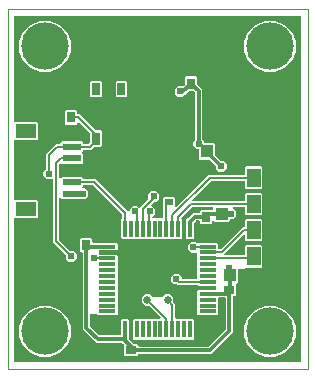
<source format=gbl>
G04 EAGLE Gerber RS-274X export*
G75*
%MOMM*%
%FSLAX34Y34*%
%LPD*%
%INBottom layer*%
%IPPOS*%
%AMOC8*
5,1,8,0,0,1.08239X$1,22.5*%
G01*
%ADD10C,0.000000*%
%ADD11R,1.550000X0.600000*%
%ADD12R,1.800000X1.200000*%
%ADD13R,1.475000X0.300000*%
%ADD14R,0.300000X1.475000*%
%ADD15R,1.168400X1.600200*%
%ADD16R,0.700000X0.600000*%
%ADD17R,0.740000X0.925000*%
%ADD18R,1.080000X1.050000*%
%ADD19R,0.925000X0.740000*%
%ADD20R,1.050000X1.080000*%
%ADD21R,0.650000X1.050000*%
%ADD22C,2.250000*%
%ADD23C,0.609600*%
%ADD24C,4.016000*%
%ADD25C,0.203200*%
%ADD26C,0.304800*%
%ADD27C,0.254000*%
%ADD28C,0.508000*%
%ADD29C,0.654800*%
%ADD30C,0.152400*%

G36*
X247670Y5592D02*
X247670Y5592D01*
X247689Y5590D01*
X247791Y5612D01*
X247893Y5629D01*
X247910Y5638D01*
X247930Y5642D01*
X248019Y5695D01*
X248110Y5744D01*
X248124Y5758D01*
X248141Y5768D01*
X248208Y5847D01*
X248280Y5922D01*
X248288Y5940D01*
X248301Y5955D01*
X248340Y6051D01*
X248383Y6145D01*
X248385Y6165D01*
X248393Y6183D01*
X248411Y6350D01*
X248411Y298450D01*
X248408Y298470D01*
X248410Y298489D01*
X248388Y298591D01*
X248372Y298693D01*
X248362Y298710D01*
X248358Y298730D01*
X248305Y298819D01*
X248256Y298910D01*
X248242Y298924D01*
X248232Y298941D01*
X248153Y299008D01*
X248078Y299080D01*
X248060Y299088D01*
X248045Y299101D01*
X247949Y299140D01*
X247855Y299183D01*
X247835Y299185D01*
X247817Y299193D01*
X247650Y299211D01*
X6350Y299211D01*
X6330Y299208D01*
X6311Y299210D01*
X6209Y299188D01*
X6107Y299172D01*
X6090Y299162D01*
X6070Y299158D01*
X5981Y299105D01*
X5890Y299056D01*
X5876Y299042D01*
X5859Y299032D01*
X5792Y298953D01*
X5721Y298878D01*
X5712Y298860D01*
X5699Y298845D01*
X5660Y298749D01*
X5617Y298655D01*
X5615Y298635D01*
X5607Y298617D01*
X5589Y298450D01*
X5589Y209561D01*
X5592Y209541D01*
X5590Y209522D01*
X5612Y209420D01*
X5628Y209318D01*
X5638Y209301D01*
X5642Y209281D01*
X5695Y209192D01*
X5744Y209101D01*
X5758Y209087D01*
X5768Y209070D01*
X5847Y209003D01*
X5922Y208931D01*
X5940Y208923D01*
X5955Y208910D01*
X6051Y208871D01*
X6145Y208828D01*
X6165Y208826D01*
X6183Y208818D01*
X6350Y208800D01*
X25332Y208800D01*
X26225Y207907D01*
X26225Y194643D01*
X25332Y193750D01*
X6350Y193750D01*
X6330Y193747D01*
X6311Y193749D01*
X6209Y193727D01*
X6107Y193711D01*
X6090Y193701D01*
X6070Y193697D01*
X5981Y193644D01*
X5890Y193595D01*
X5876Y193581D01*
X5859Y193571D01*
X5792Y193492D01*
X5721Y193417D01*
X5712Y193399D01*
X5699Y193384D01*
X5660Y193288D01*
X5617Y193194D01*
X5615Y193174D01*
X5607Y193156D01*
X5589Y192989D01*
X5589Y143561D01*
X5592Y143541D01*
X5590Y143522D01*
X5612Y143420D01*
X5629Y143318D01*
X5638Y143301D01*
X5642Y143281D01*
X5695Y143192D01*
X5744Y143101D01*
X5758Y143087D01*
X5768Y143070D01*
X5847Y143003D01*
X5922Y142931D01*
X5940Y142923D01*
X5955Y142910D01*
X6051Y142871D01*
X6145Y142828D01*
X6165Y142826D01*
X6183Y142818D01*
X6350Y142800D01*
X25332Y142800D01*
X26225Y141907D01*
X26225Y128643D01*
X25332Y127750D01*
X6350Y127750D01*
X6330Y127747D01*
X6311Y127749D01*
X6209Y127727D01*
X6107Y127711D01*
X6090Y127701D01*
X6070Y127697D01*
X5981Y127644D01*
X5890Y127595D01*
X5876Y127581D01*
X5859Y127571D01*
X5792Y127492D01*
X5721Y127417D01*
X5712Y127399D01*
X5699Y127384D01*
X5660Y127288D01*
X5617Y127194D01*
X5615Y127174D01*
X5607Y127156D01*
X5589Y126989D01*
X5589Y6350D01*
X5592Y6330D01*
X5590Y6311D01*
X5612Y6209D01*
X5629Y6107D01*
X5638Y6090D01*
X5642Y6070D01*
X5695Y5981D01*
X5744Y5890D01*
X5758Y5876D01*
X5768Y5859D01*
X5847Y5792D01*
X5922Y5721D01*
X5940Y5712D01*
X5955Y5699D01*
X6051Y5660D01*
X6145Y5617D01*
X6165Y5615D01*
X6183Y5607D01*
X6350Y5589D01*
X247650Y5589D01*
X247670Y5592D01*
G37*
%LPC*%
G36*
X99168Y10650D02*
X99168Y10650D01*
X98275Y11543D01*
X98275Y20384D01*
X98294Y20443D01*
X98293Y20464D01*
X98298Y20483D01*
X98290Y20586D01*
X98287Y20689D01*
X98280Y20708D01*
X98279Y20728D01*
X98239Y20823D01*
X98203Y20920D01*
X98190Y20936D01*
X98183Y20955D01*
X98078Y21086D01*
X97035Y22128D01*
X96961Y22181D01*
X96892Y22241D01*
X96862Y22253D01*
X96835Y22272D01*
X96748Y22299D01*
X96664Y22333D01*
X96623Y22337D01*
X96600Y22344D01*
X96568Y22343D01*
X96497Y22351D01*
X74937Y22351D01*
X63626Y33662D01*
X63626Y98214D01*
X63623Y98234D01*
X63625Y98253D01*
X63603Y98355D01*
X63587Y98457D01*
X63577Y98474D01*
X63573Y98494D01*
X63520Y98583D01*
X63471Y98674D01*
X63457Y98688D01*
X63447Y98705D01*
X63368Y98772D01*
X63293Y98844D01*
X63275Y98852D01*
X63260Y98865D01*
X63164Y98904D01*
X63070Y98947D01*
X63050Y98949D01*
X63032Y98957D01*
X62865Y98975D01*
X62343Y98975D01*
X61450Y99868D01*
X61450Y110382D01*
X62343Y111275D01*
X71007Y111275D01*
X71900Y110382D01*
X71900Y107510D01*
X71903Y107490D01*
X71901Y107471D01*
X71923Y107369D01*
X71939Y107267D01*
X71949Y107250D01*
X71953Y107230D01*
X72006Y107141D01*
X72055Y107050D01*
X72069Y107036D01*
X72079Y107019D01*
X72158Y106952D01*
X72233Y106880D01*
X72251Y106872D01*
X72266Y106859D01*
X72362Y106820D01*
X72456Y106777D01*
X72476Y106775D01*
X72494Y106767D01*
X72661Y106749D01*
X86042Y106749D01*
X86055Y106743D01*
X86096Y106739D01*
X86118Y106732D01*
X86150Y106733D01*
X86222Y106725D01*
X92627Y106725D01*
X93520Y105832D01*
X93520Y101568D01*
X92627Y100675D01*
X86222Y100675D01*
X86132Y100660D01*
X86041Y100653D01*
X86036Y100651D01*
X77978Y100651D01*
X77958Y100648D01*
X77939Y100650D01*
X77837Y100628D01*
X77735Y100612D01*
X77718Y100602D01*
X77698Y100598D01*
X77609Y100545D01*
X77518Y100496D01*
X77504Y100482D01*
X77487Y100472D01*
X77420Y100393D01*
X77348Y100318D01*
X77340Y100300D01*
X77327Y100285D01*
X77288Y100189D01*
X77245Y100095D01*
X77243Y100075D01*
X77235Y100057D01*
X77217Y99890D01*
X77217Y97996D01*
X77195Y97966D01*
X77146Y97914D01*
X77124Y97867D01*
X77094Y97825D01*
X77072Y97756D01*
X77042Y97691D01*
X77037Y97639D01*
X77021Y97590D01*
X77023Y97518D01*
X77015Y97447D01*
X77026Y97396D01*
X77028Y97344D01*
X77052Y97276D01*
X77067Y97206D01*
X77094Y97161D01*
X77112Y97113D01*
X77157Y97057D01*
X77194Y96995D01*
X77233Y96961D01*
X77266Y96921D01*
X77326Y96882D01*
X77381Y96835D01*
X77429Y96816D01*
X77473Y96788D01*
X77542Y96770D01*
X77609Y96743D01*
X77680Y96735D01*
X77711Y96727D01*
X77734Y96729D01*
X77775Y96725D01*
X92627Y96725D01*
X93520Y95832D01*
X93520Y91464D01*
X93504Y91402D01*
X93474Y91303D01*
X93474Y91283D01*
X93469Y91264D01*
X93477Y91161D01*
X93480Y91058D01*
X93487Y91039D01*
X93488Y91019D01*
X93520Y90945D01*
X93520Y86464D01*
X93504Y86402D01*
X93474Y86303D01*
X93474Y86283D01*
X93469Y86264D01*
X93477Y86161D01*
X93480Y86058D01*
X93487Y86039D01*
X93488Y86019D01*
X93520Y85945D01*
X93520Y81464D01*
X93504Y81402D01*
X93474Y81303D01*
X93474Y81283D01*
X93469Y81264D01*
X93477Y81161D01*
X93480Y81058D01*
X93487Y81039D01*
X93488Y81019D01*
X93520Y80945D01*
X93520Y76464D01*
X93504Y76402D01*
X93474Y76303D01*
X93474Y76283D01*
X93469Y76264D01*
X93477Y76161D01*
X93480Y76058D01*
X93487Y76039D01*
X93488Y76019D01*
X93520Y75945D01*
X93520Y71464D01*
X93504Y71402D01*
X93474Y71303D01*
X93474Y71283D01*
X93469Y71264D01*
X93477Y71161D01*
X93480Y71058D01*
X93487Y71039D01*
X93488Y71019D01*
X93520Y70945D01*
X93520Y66464D01*
X93504Y66402D01*
X93474Y66303D01*
X93474Y66283D01*
X93469Y66264D01*
X93477Y66161D01*
X93480Y66058D01*
X93487Y66039D01*
X93488Y66019D01*
X93520Y65945D01*
X93520Y61464D01*
X93504Y61402D01*
X93474Y61303D01*
X93474Y61283D01*
X93469Y61264D01*
X93477Y61161D01*
X93480Y61058D01*
X93487Y61039D01*
X93488Y61019D01*
X93520Y60945D01*
X93520Y56464D01*
X93504Y56402D01*
X93474Y56303D01*
X93474Y56283D01*
X93469Y56264D01*
X93477Y56161D01*
X93480Y56058D01*
X93487Y56039D01*
X93488Y56019D01*
X93520Y55945D01*
X93520Y51464D01*
X93504Y51402D01*
X93474Y51303D01*
X93474Y51283D01*
X93469Y51264D01*
X93477Y51161D01*
X93480Y51058D01*
X93487Y51039D01*
X93488Y51019D01*
X93520Y50945D01*
X93520Y46568D01*
X92627Y45675D01*
X76613Y45675D01*
X75903Y46385D01*
X75829Y46438D01*
X75760Y46498D01*
X75730Y46510D01*
X75704Y46529D01*
X75617Y46556D01*
X75532Y46590D01*
X75491Y46594D01*
X75469Y46601D01*
X75436Y46600D01*
X75365Y46608D01*
X70485Y46608D01*
X70465Y46605D01*
X70446Y46607D01*
X70344Y46585D01*
X70242Y46569D01*
X70225Y46559D01*
X70205Y46555D01*
X70116Y46502D01*
X70025Y46453D01*
X70011Y46439D01*
X69994Y46429D01*
X69927Y46350D01*
X69855Y46275D01*
X69847Y46257D01*
X69834Y46242D01*
X69795Y46146D01*
X69752Y46052D01*
X69750Y46032D01*
X69742Y46014D01*
X69724Y45847D01*
X69724Y36503D01*
X69738Y36413D01*
X69746Y36322D01*
X69758Y36292D01*
X69763Y36260D01*
X69806Y36180D01*
X69842Y36096D01*
X69868Y36064D01*
X69879Y36043D01*
X69902Y36021D01*
X69947Y35965D01*
X77240Y28672D01*
X77314Y28619D01*
X77383Y28559D01*
X77413Y28547D01*
X77440Y28528D01*
X77527Y28501D01*
X77611Y28467D01*
X77652Y28463D01*
X77675Y28456D01*
X77707Y28457D01*
X77778Y28449D01*
X95690Y28449D01*
X95710Y28452D01*
X95729Y28450D01*
X95831Y28472D01*
X95933Y28488D01*
X95950Y28498D01*
X95970Y28502D01*
X96059Y28555D01*
X96150Y28604D01*
X96164Y28618D01*
X96181Y28628D01*
X96248Y28707D01*
X96320Y28782D01*
X96328Y28800D01*
X96341Y28815D01*
X96380Y28911D01*
X96423Y29005D01*
X96425Y29025D01*
X96433Y29043D01*
X96451Y29210D01*
X96451Y35242D01*
X96457Y35255D01*
X96461Y35296D01*
X96468Y35318D01*
X96467Y35350D01*
X96475Y35422D01*
X96475Y41827D01*
X97368Y42720D01*
X101632Y42720D01*
X102525Y41827D01*
X102525Y35422D01*
X102540Y35332D01*
X102547Y35241D01*
X102549Y35236D01*
X102549Y25553D01*
X102563Y25463D01*
X102571Y25372D01*
X102583Y25342D01*
X102588Y25310D01*
X102631Y25230D01*
X102667Y25146D01*
X102693Y25114D01*
X102704Y25093D01*
X102727Y25071D01*
X102772Y25015D01*
X106464Y21323D01*
X106538Y21270D01*
X106607Y21210D01*
X106637Y21198D01*
X106664Y21179D01*
X106751Y21152D01*
X106835Y21118D01*
X106876Y21114D01*
X106899Y21107D01*
X106931Y21108D01*
X107002Y21100D01*
X109682Y21100D01*
X110575Y20207D01*
X110575Y19685D01*
X110578Y19665D01*
X110576Y19646D01*
X110598Y19544D01*
X110614Y19442D01*
X110624Y19425D01*
X110628Y19405D01*
X110681Y19316D01*
X110730Y19225D01*
X110744Y19211D01*
X110754Y19194D01*
X110833Y19127D01*
X110908Y19055D01*
X110926Y19047D01*
X110941Y19034D01*
X111037Y18995D01*
X111131Y18952D01*
X111151Y18950D01*
X111169Y18942D01*
X111336Y18924D01*
X169872Y18924D01*
X169962Y18938D01*
X170053Y18946D01*
X170083Y18958D01*
X170115Y18963D01*
X170195Y19006D01*
X170279Y19042D01*
X170311Y19068D01*
X170332Y19079D01*
X170354Y19102D01*
X170410Y19147D01*
X184403Y33140D01*
X184456Y33214D01*
X184516Y33283D01*
X184528Y33313D01*
X184547Y33340D01*
X184574Y33427D01*
X184608Y33511D01*
X184612Y33552D01*
X184619Y33575D01*
X184618Y33607D01*
X184626Y33678D01*
X184626Y59890D01*
X184623Y59910D01*
X184625Y59929D01*
X184603Y60031D01*
X184587Y60133D01*
X184577Y60150D01*
X184573Y60170D01*
X184520Y60259D01*
X184471Y60350D01*
X184457Y60364D01*
X184447Y60381D01*
X184368Y60448D01*
X184293Y60520D01*
X184275Y60528D01*
X184260Y60541D01*
X184164Y60580D01*
X184070Y60623D01*
X184050Y60625D01*
X184032Y60633D01*
X183865Y60651D01*
X179041Y60651D01*
X179021Y60648D01*
X179002Y60650D01*
X178900Y60628D01*
X178798Y60612D01*
X178781Y60602D01*
X178761Y60598D01*
X178672Y60545D01*
X178581Y60496D01*
X178567Y60482D01*
X178550Y60472D01*
X178483Y60393D01*
X178411Y60318D01*
X178403Y60300D01*
X178390Y60285D01*
X178351Y60189D01*
X178308Y60095D01*
X178306Y60075D01*
X178298Y60057D01*
X178280Y59890D01*
X178280Y56464D01*
X178264Y56402D01*
X178234Y56304D01*
X178234Y56284D01*
X178229Y56264D01*
X178237Y56161D01*
X178240Y56058D01*
X178247Y56039D01*
X178248Y56019D01*
X178280Y55946D01*
X178280Y51464D01*
X178264Y51402D01*
X178234Y51304D01*
X178234Y51284D01*
X178229Y51264D01*
X178237Y51161D01*
X178240Y51058D01*
X178247Y51039D01*
X178248Y51019D01*
X178280Y50946D01*
X178280Y46568D01*
X177387Y45675D01*
X161373Y45675D01*
X160480Y46568D01*
X160480Y50936D01*
X160496Y50998D01*
X160526Y51097D01*
X160526Y51117D01*
X160531Y51136D01*
X160523Y51239D01*
X160520Y51342D01*
X160513Y51361D01*
X160512Y51381D01*
X160480Y51455D01*
X160480Y55936D01*
X160496Y55998D01*
X160526Y56097D01*
X160526Y56117D01*
X160531Y56136D01*
X160523Y56239D01*
X160520Y56342D01*
X160513Y56361D01*
X160512Y56381D01*
X160480Y56455D01*
X160480Y60936D01*
X160496Y60998D01*
X160526Y61097D01*
X160526Y61117D01*
X160531Y61136D01*
X160523Y61239D01*
X160520Y61342D01*
X160513Y61361D01*
X160512Y61381D01*
X160480Y61455D01*
X160480Y65832D01*
X161373Y66725D01*
X167778Y66725D01*
X167868Y66740D01*
X167959Y66747D01*
X167964Y66749D01*
X176022Y66749D01*
X176042Y66752D01*
X176061Y66750D01*
X176163Y66772D01*
X176265Y66788D01*
X176282Y66798D01*
X176302Y66802D01*
X176391Y66855D01*
X176482Y66904D01*
X176496Y66918D01*
X176513Y66928D01*
X176580Y67007D01*
X176652Y67082D01*
X176660Y67100D01*
X176673Y67115D01*
X176712Y67211D01*
X176755Y67305D01*
X176757Y67325D01*
X176765Y67343D01*
X176783Y67510D01*
X176783Y69914D01*
X176780Y69934D01*
X176782Y69953D01*
X176760Y70055D01*
X176744Y70157D01*
X176734Y70174D01*
X176730Y70194D01*
X176677Y70283D01*
X176628Y70374D01*
X176614Y70388D01*
X176604Y70405D01*
X176525Y70472D01*
X176450Y70544D01*
X176432Y70552D01*
X176417Y70565D01*
X176321Y70604D01*
X176227Y70647D01*
X176207Y70649D01*
X176189Y70657D01*
X176022Y70675D01*
X161373Y70675D01*
X161112Y70936D01*
X161038Y70990D01*
X160969Y71049D01*
X160939Y71061D01*
X160913Y71080D01*
X160826Y71107D01*
X160741Y71141D01*
X160700Y71145D01*
X160678Y71152D01*
X160645Y71151D01*
X160574Y71159D01*
X144323Y71159D01*
X144078Y71404D01*
X144004Y71457D01*
X143934Y71517D01*
X143904Y71529D01*
X143878Y71548D01*
X143791Y71575D01*
X143706Y71609D01*
X143665Y71613D01*
X143643Y71620D01*
X143611Y71619D01*
X143539Y71627D01*
X140981Y71627D01*
X138302Y74306D01*
X138302Y78094D01*
X140981Y80773D01*
X144769Y80773D01*
X147448Y78094D01*
X147448Y77002D01*
X147451Y76982D01*
X147449Y76963D01*
X147471Y76861D01*
X147487Y76759D01*
X147497Y76742D01*
X147501Y76722D01*
X147554Y76633D01*
X147603Y76542D01*
X147617Y76528D01*
X147627Y76511D01*
X147706Y76444D01*
X147781Y76372D01*
X147799Y76364D01*
X147814Y76351D01*
X147910Y76312D01*
X148004Y76269D01*
X148024Y76267D01*
X148042Y76259D01*
X148209Y76241D01*
X159719Y76241D01*
X159739Y76244D01*
X159758Y76242D01*
X159860Y76264D01*
X159962Y76280D01*
X159979Y76290D01*
X159999Y76294D01*
X160088Y76347D01*
X160179Y76396D01*
X160193Y76410D01*
X160210Y76420D01*
X160277Y76499D01*
X160349Y76574D01*
X160357Y76592D01*
X160370Y76607D01*
X160409Y76703D01*
X160452Y76797D01*
X160454Y76817D01*
X160462Y76835D01*
X160480Y77002D01*
X160480Y80936D01*
X160496Y80998D01*
X160526Y81097D01*
X160526Y81117D01*
X160531Y81136D01*
X160523Y81239D01*
X160520Y81342D01*
X160513Y81361D01*
X160512Y81381D01*
X160480Y81455D01*
X160480Y85936D01*
X160496Y85998D01*
X160526Y86097D01*
X160526Y86117D01*
X160531Y86136D01*
X160523Y86239D01*
X160520Y86342D01*
X160513Y86361D01*
X160512Y86381D01*
X160480Y86455D01*
X160480Y90936D01*
X160496Y90998D01*
X160526Y91097D01*
X160526Y91117D01*
X160531Y91136D01*
X160523Y91239D01*
X160520Y91342D01*
X160513Y91361D01*
X160512Y91381D01*
X160480Y91455D01*
X160480Y95936D01*
X160496Y95998D01*
X160526Y96097D01*
X160526Y96117D01*
X160531Y96136D01*
X160523Y96239D01*
X160520Y96342D01*
X160513Y96361D01*
X160512Y96381D01*
X160480Y96455D01*
X160480Y98078D01*
X160469Y98149D01*
X160467Y98221D01*
X160449Y98270D01*
X160441Y98321D01*
X160407Y98384D01*
X160382Y98452D01*
X160350Y98492D01*
X160325Y98538D01*
X160274Y98588D01*
X160229Y98644D01*
X160185Y98672D01*
X160147Y98708D01*
X160082Y98738D01*
X160022Y98777D01*
X159971Y98789D01*
X159924Y98811D01*
X159853Y98819D01*
X159783Y98837D01*
X159731Y98833D01*
X159680Y98838D01*
X159609Y98823D01*
X159538Y98818D01*
X159490Y98797D01*
X159439Y98786D01*
X159378Y98749D01*
X159312Y98721D01*
X159256Y98676D01*
X159228Y98660D01*
X159213Y98642D01*
X159181Y98616D01*
X159057Y98492D01*
X155268Y98492D01*
X152590Y101171D01*
X152590Y104959D01*
X155268Y107638D01*
X159057Y107638D01*
X160133Y106561D01*
X160149Y106549D01*
X160162Y106534D01*
X160249Y106478D01*
X160333Y106418D01*
X160352Y106412D01*
X160369Y106401D01*
X160469Y106376D01*
X160568Y106345D01*
X160588Y106346D01*
X160607Y106341D01*
X160710Y106349D01*
X160814Y106352D01*
X160833Y106358D01*
X160853Y106360D01*
X160948Y106400D01*
X161045Y106436D01*
X161061Y106448D01*
X161079Y106456D01*
X161210Y106561D01*
X161373Y106725D01*
X177387Y106725D01*
X178280Y105832D01*
X178280Y102002D01*
X178283Y101982D01*
X178281Y101963D01*
X178303Y101861D01*
X178319Y101759D01*
X178329Y101742D01*
X178333Y101722D01*
X178386Y101633D01*
X178435Y101542D01*
X178449Y101528D01*
X178459Y101511D01*
X178538Y101444D01*
X178613Y101372D01*
X178631Y101364D01*
X178646Y101351D01*
X178742Y101312D01*
X178836Y101269D01*
X178856Y101267D01*
X178874Y101259D01*
X179041Y101241D01*
X179882Y101241D01*
X179972Y101255D01*
X180063Y101263D01*
X180093Y101275D01*
X180125Y101280D01*
X180206Y101323D01*
X180290Y101359D01*
X180322Y101385D01*
X180342Y101396D01*
X180365Y101419D01*
X180421Y101464D01*
X198973Y120016D01*
X200152Y120016D01*
X200172Y120019D01*
X200191Y120017D01*
X200293Y120039D01*
X200395Y120055D01*
X200412Y120065D01*
X200432Y120069D01*
X200521Y120122D01*
X200612Y120171D01*
X200626Y120185D01*
X200643Y120195D01*
X200710Y120274D01*
X200782Y120349D01*
X200790Y120367D01*
X200803Y120382D01*
X200842Y120478D01*
X200885Y120572D01*
X200887Y120592D01*
X200895Y120610D01*
X200913Y120777D01*
X200913Y126108D01*
X201806Y127001D01*
X214754Y127001D01*
X215647Y126108D01*
X215647Y108842D01*
X214754Y107949D01*
X201806Y107949D01*
X200913Y108842D01*
X200913Y112932D01*
X200911Y112949D01*
X200912Y112964D01*
X200901Y113014D01*
X200900Y113075D01*
X200882Y113124D01*
X200874Y113175D01*
X200862Y113198D01*
X200860Y113205D01*
X200841Y113237D01*
X200840Y113238D01*
X200815Y113306D01*
X200783Y113347D01*
X200758Y113392D01*
X200734Y113416D01*
X200733Y113417D01*
X200707Y113442D01*
X200662Y113498D01*
X200618Y113526D01*
X200580Y113562D01*
X200515Y113592D01*
X200455Y113631D01*
X200404Y113644D01*
X200357Y113665D01*
X200286Y113673D01*
X200216Y113691D01*
X200164Y113687D01*
X200113Y113693D01*
X200042Y113677D01*
X199971Y113672D01*
X199923Y113651D01*
X199872Y113640D01*
X199811Y113603D01*
X199745Y113575D01*
X199700Y113540D01*
X199685Y113531D01*
X199677Y113524D01*
X199661Y113514D01*
X199646Y113496D01*
X199614Y113471D01*
X183683Y97540D01*
X183642Y97482D01*
X183592Y97430D01*
X183570Y97383D01*
X183540Y97341D01*
X183519Y97272D01*
X183489Y97207D01*
X183483Y97155D01*
X183467Y97105D01*
X183469Y97034D01*
X183461Y96963D01*
X183473Y96912D01*
X183474Y96860D01*
X183498Y96792D01*
X183514Y96722D01*
X183540Y96678D01*
X183558Y96629D01*
X183603Y96573D01*
X183640Y96511D01*
X183679Y96477D01*
X183712Y96437D01*
X183772Y96398D01*
X183827Y96351D01*
X183875Y96332D01*
X183919Y96304D01*
X183988Y96286D01*
X184055Y96259D01*
X184126Y96251D01*
X184157Y96243D01*
X184181Y96245D01*
X184222Y96241D01*
X200152Y96241D01*
X200172Y96244D01*
X200191Y96242D01*
X200293Y96264D01*
X200395Y96280D01*
X200412Y96290D01*
X200432Y96294D01*
X200521Y96347D01*
X200612Y96396D01*
X200626Y96410D01*
X200643Y96420D01*
X200710Y96499D01*
X200782Y96574D01*
X200790Y96592D01*
X200803Y96607D01*
X200842Y96703D01*
X200885Y96797D01*
X200887Y96817D01*
X200895Y96835D01*
X200913Y97002D01*
X200913Y103883D01*
X201806Y104776D01*
X214754Y104776D01*
X215647Y103883D01*
X215647Y86617D01*
X214754Y85724D01*
X201777Y85724D01*
X201687Y85710D01*
X201596Y85702D01*
X201567Y85690D01*
X201535Y85685D01*
X201454Y85642D01*
X201370Y85606D01*
X201338Y85580D01*
X201317Y85569D01*
X201295Y85546D01*
X201239Y85501D01*
X200446Y84708D01*
X196429Y84708D01*
X196174Y84963D01*
X196116Y85005D01*
X196064Y85054D01*
X196017Y85076D01*
X195975Y85106D01*
X195906Y85127D01*
X195841Y85158D01*
X195789Y85163D01*
X195739Y85179D01*
X195668Y85177D01*
X195597Y85185D01*
X195546Y85174D01*
X195494Y85172D01*
X195426Y85148D01*
X195356Y85133D01*
X195311Y85106D01*
X195263Y85088D01*
X195207Y85043D01*
X195145Y85006D01*
X195111Y84967D01*
X195071Y84934D01*
X195032Y84874D01*
X194985Y84819D01*
X194966Y84771D01*
X194938Y84727D01*
X194920Y84658D01*
X194893Y84591D01*
X194885Y84520D01*
X194877Y84489D01*
X194879Y84466D01*
X194875Y84425D01*
X194875Y73343D01*
X193906Y72374D01*
X193845Y72352D01*
X193805Y72320D01*
X193759Y72295D01*
X193709Y72244D01*
X193653Y72199D01*
X193625Y72155D01*
X193589Y72117D01*
X193559Y72052D01*
X193520Y71992D01*
X193508Y71941D01*
X193486Y71894D01*
X193478Y71823D01*
X193460Y71753D01*
X193464Y71701D01*
X193459Y71650D01*
X193474Y71579D01*
X193479Y71508D01*
X193500Y71460D01*
X193511Y71409D01*
X193548Y71348D01*
X193576Y71282D01*
X193621Y71226D01*
X193637Y71198D01*
X193655Y71183D01*
X193681Y71151D01*
X193825Y71007D01*
X193825Y62343D01*
X192932Y61450D01*
X191485Y61450D01*
X191465Y61447D01*
X191446Y61449D01*
X191344Y61427D01*
X191242Y61411D01*
X191225Y61401D01*
X191205Y61397D01*
X191116Y61344D01*
X191025Y61295D01*
X191011Y61281D01*
X190994Y61271D01*
X190927Y61192D01*
X190855Y61117D01*
X190847Y61099D01*
X190834Y61084D01*
X190795Y60988D01*
X190752Y60894D01*
X190750Y60874D01*
X190742Y60856D01*
X190724Y60689D01*
X190724Y30837D01*
X172713Y12826D01*
X111336Y12826D01*
X111316Y12823D01*
X111297Y12825D01*
X111195Y12803D01*
X111093Y12787D01*
X111076Y12777D01*
X111056Y12773D01*
X110967Y12720D01*
X110876Y12671D01*
X110862Y12657D01*
X110845Y12647D01*
X110778Y12568D01*
X110706Y12493D01*
X110698Y12475D01*
X110685Y12460D01*
X110646Y12364D01*
X110603Y12270D01*
X110601Y12250D01*
X110593Y12232D01*
X110575Y12065D01*
X110575Y11543D01*
X109682Y10650D01*
X99168Y10650D01*
G37*
%LPD*%
%LPC*%
G36*
X52081Y90677D02*
X52081Y90677D01*
X49402Y93356D01*
X49402Y95914D01*
X49388Y96004D01*
X49380Y96095D01*
X49368Y96125D01*
X49363Y96157D01*
X49320Y96238D01*
X49284Y96322D01*
X49258Y96354D01*
X49247Y96374D01*
X49224Y96397D01*
X49179Y96453D01*
X38734Y106898D01*
X38734Y160605D01*
X38723Y160675D01*
X38721Y160747D01*
X38703Y160796D01*
X38695Y160847D01*
X38661Y160911D01*
X38636Y160978D01*
X38604Y161019D01*
X38579Y161065D01*
X38527Y161114D01*
X38483Y161170D01*
X38439Y161198D01*
X38401Y161234D01*
X38336Y161264D01*
X38276Y161303D01*
X38225Y161316D01*
X38178Y161338D01*
X38107Y161346D01*
X38037Y161363D01*
X37985Y161359D01*
X37934Y161365D01*
X37863Y161350D01*
X37792Y161344D01*
X37744Y161324D01*
X37693Y161313D01*
X37632Y161276D01*
X37566Y161248D01*
X37510Y161203D01*
X37482Y161186D01*
X37467Y161169D01*
X37435Y161143D01*
X36819Y160527D01*
X33031Y160527D01*
X30352Y163206D01*
X30352Y166994D01*
X32161Y168803D01*
X32214Y168877D01*
X32274Y168947D01*
X32286Y168977D01*
X32305Y169003D01*
X32332Y169090D01*
X32366Y169175D01*
X32370Y169216D01*
X32377Y169238D01*
X32376Y169270D01*
X32384Y169341D01*
X32384Y182027D01*
X41173Y190816D01*
X44414Y190816D01*
X44434Y190819D01*
X44453Y190817D01*
X44555Y190839D01*
X44657Y190855D01*
X44674Y190865D01*
X44694Y190869D01*
X44783Y190922D01*
X44874Y190971D01*
X44888Y190985D01*
X44905Y190995D01*
X44972Y191074D01*
X45044Y191149D01*
X45052Y191167D01*
X45065Y191182D01*
X45104Y191278D01*
X45147Y191372D01*
X45149Y191392D01*
X45157Y191410D01*
X45175Y191577D01*
X45175Y191907D01*
X46068Y192800D01*
X62832Y192800D01*
X63725Y191907D01*
X63725Y191577D01*
X63728Y191557D01*
X63726Y191538D01*
X63748Y191436D01*
X63764Y191334D01*
X63774Y191317D01*
X63778Y191297D01*
X63831Y191208D01*
X63880Y191117D01*
X63894Y191103D01*
X63904Y191086D01*
X63983Y191019D01*
X64058Y190947D01*
X64076Y190939D01*
X64091Y190926D01*
X64187Y190887D01*
X64281Y190844D01*
X64301Y190842D01*
X64319Y190834D01*
X64486Y190816D01*
X68482Y190816D01*
X68572Y190830D01*
X68663Y190838D01*
X68693Y190850D01*
X68725Y190855D01*
X68806Y190898D01*
X68890Y190934D01*
X68922Y190960D01*
X68942Y190971D01*
X68965Y190994D01*
X69021Y191039D01*
X69977Y191995D01*
X70030Y192069D01*
X70090Y192139D01*
X70102Y192169D01*
X70121Y192195D01*
X70148Y192282D01*
X70182Y192367D01*
X70186Y192408D01*
X70193Y192430D01*
X70192Y192462D01*
X70200Y192534D01*
X70200Y198941D01*
X70194Y198981D01*
X70194Y198986D01*
X70189Y199009D01*
X70186Y199031D01*
X70178Y199122D01*
X70166Y199152D01*
X70161Y199184D01*
X70145Y199214D01*
X70142Y199226D01*
X70115Y199271D01*
X70082Y199349D01*
X70056Y199381D01*
X70045Y199401D01*
X70026Y199420D01*
X70016Y199437D01*
X70001Y199450D01*
X69977Y199480D01*
X60499Y208958D01*
X60441Y208999D01*
X60389Y209049D01*
X60342Y209071D01*
X60300Y209101D01*
X60231Y209122D01*
X60166Y209152D01*
X60114Y209158D01*
X60064Y209174D01*
X59993Y209172D01*
X59922Y209180D01*
X59871Y209168D01*
X59819Y209167D01*
X59751Y209143D01*
X59681Y209127D01*
X59636Y209101D01*
X59588Y209083D01*
X59532Y209038D01*
X59470Y209001D01*
X59436Y208962D01*
X59396Y208929D01*
X59357Y208869D01*
X59310Y208814D01*
X59291Y208766D01*
X59263Y208722D01*
X59245Y208653D01*
X59218Y208586D01*
X59210Y208515D01*
X59202Y208484D01*
X59204Y208460D01*
X59200Y208419D01*
X59200Y207818D01*
X58307Y206925D01*
X49643Y206925D01*
X48750Y207818D01*
X48750Y218332D01*
X49643Y219225D01*
X58307Y219225D01*
X59200Y218332D01*
X59200Y216377D01*
X59203Y216357D01*
X59201Y216338D01*
X59223Y216236D01*
X59239Y216134D01*
X59249Y216117D01*
X59253Y216097D01*
X59306Y216008D01*
X59355Y215917D01*
X59369Y215903D01*
X59379Y215886D01*
X59458Y215819D01*
X59533Y215747D01*
X59551Y215739D01*
X59566Y215726D01*
X59662Y215687D01*
X59756Y215644D01*
X59776Y215642D01*
X59794Y215634D01*
X59961Y215616D01*
X61027Y215616D01*
X74495Y202148D01*
X74569Y202095D01*
X74639Y202035D01*
X74669Y202023D01*
X74695Y202004D01*
X74782Y201977D01*
X74867Y201943D01*
X74908Y201939D01*
X74930Y201932D01*
X74962Y201933D01*
X75034Y201925D01*
X78857Y201925D01*
X79750Y201032D01*
X79750Y189268D01*
X78857Y188375D01*
X73859Y188375D01*
X73769Y188361D01*
X73678Y188353D01*
X73648Y188341D01*
X73616Y188336D01*
X73535Y188293D01*
X73451Y188257D01*
X73419Y188231D01*
X73399Y188220D01*
X73376Y188197D01*
X73320Y188152D01*
X70902Y185734D01*
X64486Y185734D01*
X64466Y185731D01*
X64447Y185733D01*
X64345Y185711D01*
X64243Y185695D01*
X64226Y185685D01*
X64206Y185681D01*
X64117Y185628D01*
X64026Y185579D01*
X64012Y185565D01*
X63995Y185555D01*
X63928Y185476D01*
X63856Y185401D01*
X63848Y185383D01*
X63835Y185368D01*
X63796Y185272D01*
X63753Y185178D01*
X63751Y185158D01*
X63743Y185140D01*
X63725Y184973D01*
X63725Y184643D01*
X62895Y183813D01*
X62883Y183797D01*
X62867Y183785D01*
X62811Y183697D01*
X62751Y183614D01*
X62745Y183595D01*
X62734Y183578D01*
X62709Y183477D01*
X62679Y183378D01*
X62679Y183359D01*
X62674Y183339D01*
X62682Y183236D01*
X62685Y183133D01*
X62692Y183114D01*
X62693Y183094D01*
X62734Y182999D01*
X62769Y182902D01*
X62782Y182886D01*
X62790Y182868D01*
X62895Y182737D01*
X63725Y181907D01*
X63725Y174643D01*
X62832Y173750D01*
X46068Y173750D01*
X45569Y174250D01*
X45553Y174261D01*
X45541Y174277D01*
X45453Y174333D01*
X45369Y174393D01*
X45350Y174399D01*
X45334Y174410D01*
X45233Y174435D01*
X45134Y174465D01*
X45114Y174465D01*
X45095Y174470D01*
X44992Y174462D01*
X44889Y174459D01*
X44870Y174452D01*
X44850Y174451D01*
X44755Y174410D01*
X44657Y174375D01*
X44642Y174362D01*
X44624Y174354D01*
X44493Y174250D01*
X44039Y173796D01*
X43985Y173721D01*
X43926Y173652D01*
X43914Y173622D01*
X43895Y173596D01*
X43868Y173509D01*
X43834Y173424D01*
X43830Y173383D01*
X43823Y173361D01*
X43824Y173329D01*
X43816Y173257D01*
X43816Y162385D01*
X43818Y162374D01*
X43817Y162367D01*
X43825Y162331D01*
X43827Y162314D01*
X43829Y162242D01*
X43847Y162193D01*
X43855Y162142D01*
X43889Y162079D01*
X43914Y162011D01*
X43946Y161971D01*
X43971Y161925D01*
X44023Y161875D01*
X44067Y161819D01*
X44111Y161791D01*
X44149Y161755D01*
X44214Y161725D01*
X44274Y161686D01*
X44325Y161674D01*
X44372Y161652D01*
X44443Y161644D01*
X44513Y161626D01*
X44565Y161630D01*
X44616Y161625D01*
X44687Y161640D01*
X44758Y161645D01*
X44806Y161666D01*
X44857Y161677D01*
X44918Y161714D01*
X44984Y161742D01*
X45040Y161787D01*
X45068Y161803D01*
X45083Y161821D01*
X45115Y161847D01*
X46068Y162800D01*
X62832Y162800D01*
X63725Y161907D01*
X63725Y161577D01*
X63728Y161557D01*
X63726Y161538D01*
X63748Y161436D01*
X63764Y161334D01*
X63774Y161317D01*
X63778Y161297D01*
X63831Y161208D01*
X63880Y161117D01*
X63894Y161103D01*
X63904Y161086D01*
X63983Y161019D01*
X64058Y160947D01*
X64076Y160939D01*
X64091Y160926D01*
X64187Y160887D01*
X64281Y160844D01*
X64301Y160842D01*
X64319Y160834D01*
X64486Y160816D01*
X74552Y160816D01*
X102078Y133290D01*
X102136Y133249D01*
X102188Y133199D01*
X102235Y133177D01*
X102277Y133147D01*
X102346Y133126D01*
X102411Y133096D01*
X102463Y133090D01*
X102513Y133074D01*
X102584Y133076D01*
X102655Y133068D01*
X102706Y133080D01*
X102758Y133081D01*
X102826Y133105D01*
X102896Y133121D01*
X102941Y133147D01*
X102989Y133165D01*
X103045Y133210D01*
X103107Y133247D01*
X103141Y133286D01*
X103181Y133319D01*
X103220Y133379D01*
X103267Y133434D01*
X103286Y133482D01*
X103314Y133526D01*
X103332Y133595D01*
X103359Y133662D01*
X103367Y133733D01*
X103375Y133764D01*
X103373Y133788D01*
X103377Y133829D01*
X103377Y135244D01*
X106056Y137923D01*
X109844Y137923D01*
X111071Y136696D01*
X111087Y136684D01*
X111100Y136669D01*
X111187Y136613D01*
X111271Y136552D01*
X111290Y136546D01*
X111307Y136536D01*
X111407Y136510D01*
X111506Y136480D01*
X111526Y136480D01*
X111545Y136476D01*
X111648Y136484D01*
X111752Y136486D01*
X111771Y136493D01*
X111790Y136495D01*
X111885Y136535D01*
X111983Y136571D01*
X111998Y136583D01*
X112017Y136591D01*
X112148Y136696D01*
X119029Y143577D01*
X119082Y143651D01*
X119142Y143721D01*
X119154Y143751D01*
X119173Y143777D01*
X119200Y143864D01*
X119234Y143949D01*
X119238Y143990D01*
X119245Y144012D01*
X119244Y144044D01*
X119252Y144116D01*
X119252Y147944D01*
X121931Y150623D01*
X125719Y150623D01*
X128398Y147944D01*
X128398Y144156D01*
X125719Y141477D01*
X124431Y141477D01*
X124341Y141463D01*
X124250Y141455D01*
X124220Y141443D01*
X124188Y141438D01*
X124107Y141395D01*
X124023Y141359D01*
X123991Y141333D01*
X123971Y141322D01*
X123948Y141299D01*
X123892Y141254D01*
X121860Y139222D01*
X121819Y139164D01*
X121769Y139112D01*
X121747Y139065D01*
X121717Y139023D01*
X121696Y138954D01*
X121666Y138889D01*
X121660Y138837D01*
X121644Y138787D01*
X121646Y138716D01*
X121638Y138645D01*
X121650Y138594D01*
X121651Y138542D01*
X121675Y138474D01*
X121691Y138404D01*
X121717Y138359D01*
X121735Y138311D01*
X121780Y138255D01*
X121817Y138193D01*
X121856Y138159D01*
X121889Y138119D01*
X121949Y138080D01*
X122004Y138033D01*
X122052Y138014D01*
X122096Y137986D01*
X122165Y137968D01*
X122232Y137941D01*
X122303Y137933D01*
X122334Y137925D01*
X122358Y137927D01*
X122399Y137923D01*
X122544Y137923D01*
X125223Y135244D01*
X125223Y131456D01*
X122546Y128779D01*
X122504Y128721D01*
X122455Y128669D01*
X122433Y128622D01*
X122403Y128580D01*
X122381Y128511D01*
X122351Y128446D01*
X122346Y128394D01*
X122330Y128344D01*
X122332Y128273D01*
X122324Y128202D01*
X122335Y128151D01*
X122337Y128099D01*
X122361Y128031D01*
X122376Y127961D01*
X122403Y127916D01*
X122421Y127868D01*
X122466Y127812D01*
X122503Y127750D01*
X122542Y127716D01*
X122575Y127676D01*
X122635Y127637D01*
X122689Y127590D01*
X122738Y127571D01*
X122782Y127543D01*
X122851Y127525D01*
X122918Y127498D01*
X122989Y127490D01*
X123020Y127482D01*
X123043Y127484D01*
X123084Y127480D01*
X126736Y127480D01*
X126798Y127464D01*
X126896Y127434D01*
X126916Y127434D01*
X126936Y127429D01*
X127039Y127437D01*
X127142Y127440D01*
X127161Y127447D01*
X127181Y127448D01*
X127254Y127480D01*
X131198Y127480D01*
X131218Y127483D01*
X131237Y127481D01*
X131339Y127503D01*
X131441Y127519D01*
X131458Y127529D01*
X131478Y127533D01*
X131567Y127586D01*
X131658Y127635D01*
X131672Y127649D01*
X131689Y127659D01*
X131756Y127738D01*
X131828Y127813D01*
X131836Y127831D01*
X131849Y127846D01*
X131888Y127942D01*
X131931Y128036D01*
X131933Y128056D01*
X131941Y128074D01*
X131959Y128241D01*
X131959Y136644D01*
X131945Y136734D01*
X131937Y136825D01*
X131925Y136855D01*
X131920Y136887D01*
X131877Y136968D01*
X131841Y137051D01*
X131815Y137084D01*
X131804Y137104D01*
X131781Y137126D01*
X131736Y137182D01*
X131500Y137418D01*
X131500Y144682D01*
X132393Y145575D01*
X140657Y145575D01*
X141550Y144682D01*
X141550Y137456D01*
X141561Y137385D01*
X141563Y137313D01*
X141581Y137264D01*
X141589Y137213D01*
X141623Y137150D01*
X141648Y137082D01*
X141680Y137042D01*
X141705Y136996D01*
X141757Y136946D01*
X141801Y136890D01*
X141845Y136862D01*
X141883Y136826D01*
X141948Y136796D01*
X142008Y136757D01*
X142059Y136744D01*
X142106Y136723D01*
X142177Y136715D01*
X142247Y136697D01*
X142299Y136701D01*
X142350Y136695D01*
X142421Y136711D01*
X142492Y136716D01*
X142540Y136737D01*
X142591Y136748D01*
X142652Y136785D01*
X142718Y136813D01*
X142774Y136857D01*
X142802Y136874D01*
X142817Y136892D01*
X142849Y136917D01*
X170398Y164466D01*
X200152Y164466D01*
X200172Y164469D01*
X200191Y164467D01*
X200293Y164489D01*
X200395Y164505D01*
X200412Y164515D01*
X200432Y164519D01*
X200521Y164572D01*
X200612Y164621D01*
X200626Y164635D01*
X200643Y164645D01*
X200710Y164724D01*
X200782Y164799D01*
X200790Y164817D01*
X200803Y164832D01*
X200842Y164928D01*
X200885Y165022D01*
X200887Y165042D01*
X200895Y165060D01*
X200913Y165227D01*
X200913Y170558D01*
X201806Y171451D01*
X214754Y171451D01*
X215647Y170558D01*
X215647Y153292D01*
X214754Y152399D01*
X201806Y152399D01*
X200913Y153292D01*
X200913Y158623D01*
X200912Y158633D01*
X200912Y158639D01*
X200911Y158647D01*
X200912Y158662D01*
X200890Y158764D01*
X200874Y158866D01*
X200864Y158883D01*
X200860Y158903D01*
X200807Y158992D01*
X200758Y159083D01*
X200744Y159097D01*
X200734Y159114D01*
X200655Y159181D01*
X200580Y159253D01*
X200562Y159261D01*
X200547Y159274D01*
X200451Y159313D01*
X200357Y159356D01*
X200337Y159358D01*
X200319Y159366D01*
X200152Y159384D01*
X172818Y159384D01*
X172728Y159370D01*
X172637Y159362D01*
X172607Y159350D01*
X172575Y159345D01*
X172494Y159302D01*
X172410Y159266D01*
X172378Y159240D01*
X172358Y159229D01*
X172337Y159208D01*
X172335Y159206D01*
X172330Y159202D01*
X172279Y159161D01*
X156658Y143540D01*
X156617Y143482D01*
X156567Y143430D01*
X156545Y143383D01*
X156515Y143341D01*
X156494Y143272D01*
X156464Y143207D01*
X156458Y143155D01*
X156442Y143105D01*
X156444Y143034D01*
X156436Y142963D01*
X156448Y142912D01*
X156449Y142860D01*
X156473Y142792D01*
X156489Y142722D01*
X156515Y142677D01*
X156533Y142629D01*
X156578Y142573D01*
X156615Y142511D01*
X156654Y142477D01*
X156687Y142437D01*
X156747Y142398D01*
X156802Y142351D01*
X156850Y142332D01*
X156894Y142304D01*
X156963Y142286D01*
X157030Y142259D01*
X157101Y142251D01*
X157132Y142243D01*
X157156Y142245D01*
X157197Y142241D01*
X200152Y142241D01*
X200172Y142244D01*
X200191Y142242D01*
X200293Y142264D01*
X200395Y142280D01*
X200412Y142290D01*
X200432Y142294D01*
X200521Y142347D01*
X200612Y142396D01*
X200626Y142410D01*
X200643Y142420D01*
X200710Y142499D01*
X200782Y142574D01*
X200790Y142592D01*
X200803Y142607D01*
X200842Y142703D01*
X200885Y142797D01*
X200887Y142817D01*
X200895Y142835D01*
X200913Y143002D01*
X200913Y148333D01*
X201806Y149226D01*
X214754Y149226D01*
X215647Y148333D01*
X215647Y131067D01*
X214754Y130174D01*
X201806Y130174D01*
X200913Y131067D01*
X200913Y136398D01*
X200910Y136418D01*
X200912Y136437D01*
X200890Y136539D01*
X200874Y136641D01*
X200864Y136658D01*
X200860Y136678D01*
X200807Y136767D01*
X200758Y136858D01*
X200744Y136872D01*
X200734Y136889D01*
X200655Y136956D01*
X200580Y137028D01*
X200562Y137036D01*
X200547Y137049D01*
X200451Y137088D01*
X200357Y137131D01*
X200337Y137133D01*
X200319Y137141D01*
X200152Y137159D01*
X191680Y137159D01*
X191610Y137148D01*
X191538Y137146D01*
X191489Y137128D01*
X191438Y137120D01*
X191374Y137086D01*
X191307Y137061D01*
X191266Y137029D01*
X191220Y137004D01*
X191171Y136952D01*
X191115Y136908D01*
X191087Y136864D01*
X191051Y136826D01*
X191021Y136761D01*
X190982Y136701D01*
X190969Y136650D01*
X190947Y136603D01*
X190939Y136532D01*
X190922Y136462D01*
X190926Y136410D01*
X190920Y136359D01*
X190935Y136288D01*
X190941Y136217D01*
X190961Y136169D01*
X190972Y136118D01*
X191009Y136057D01*
X191037Y135991D01*
X191082Y135935D01*
X191099Y135907D01*
X191116Y135892D01*
X191142Y135860D01*
X193485Y133517D01*
X193485Y129728D01*
X190807Y127050D01*
X188978Y127050D01*
X188959Y127047D01*
X188939Y127049D01*
X188838Y127027D01*
X188736Y127010D01*
X188718Y127001D01*
X188699Y126996D01*
X188610Y126943D01*
X188518Y126895D01*
X188505Y126881D01*
X188488Y126870D01*
X188420Y126792D01*
X188349Y126717D01*
X188341Y126699D01*
X188328Y126683D01*
X188289Y126587D01*
X188245Y126494D01*
X188243Y126474D01*
X188236Y126455D01*
X188217Y126289D01*
X188217Y125741D01*
X187324Y124848D01*
X175261Y124848D01*
X174482Y125627D01*
X174424Y125669D01*
X174372Y125718D01*
X174324Y125740D01*
X174282Y125770D01*
X174214Y125792D01*
X174148Y125822D01*
X174097Y125828D01*
X174047Y125843D01*
X173975Y125841D01*
X173904Y125849D01*
X173853Y125838D01*
X173801Y125836D01*
X173734Y125812D01*
X173664Y125797D01*
X173619Y125770D01*
X173570Y125752D01*
X173514Y125707D01*
X173453Y125670D01*
X173419Y125631D01*
X173378Y125598D01*
X173339Y125538D01*
X173293Y125484D01*
X173273Y125435D01*
X173245Y125391D01*
X173228Y125322D01*
X173201Y125255D01*
X173193Y125184D01*
X173185Y125153D01*
X173187Y125130D01*
X173182Y125089D01*
X173182Y123616D01*
X172289Y122723D01*
X163626Y122723D01*
X162733Y123616D01*
X162733Y125063D01*
X162730Y125082D01*
X162732Y125102D01*
X162710Y125203D01*
X162693Y125305D01*
X162684Y125323D01*
X162679Y125342D01*
X162626Y125431D01*
X162578Y125523D01*
X162564Y125536D01*
X162553Y125553D01*
X162475Y125621D01*
X162400Y125692D01*
X162382Y125700D01*
X162366Y125713D01*
X162270Y125752D01*
X162177Y125796D01*
X162157Y125798D01*
X162138Y125805D01*
X161972Y125824D01*
X160296Y125824D01*
X160206Y125809D01*
X160115Y125802D01*
X160085Y125789D01*
X160053Y125784D01*
X159972Y125741D01*
X159888Y125706D01*
X159856Y125680D01*
X159836Y125669D01*
X159813Y125646D01*
X159757Y125601D01*
X157748Y123591D01*
X157695Y123517D01*
X157635Y123448D01*
X157623Y123418D01*
X157604Y123391D01*
X157577Y123304D01*
X157543Y123220D01*
X157539Y123179D01*
X157532Y123156D01*
X157533Y123124D01*
X157525Y123053D01*
X157525Y110573D01*
X156632Y109680D01*
X152368Y109680D01*
X151475Y110573D01*
X151475Y123053D01*
X151461Y123143D01*
X151453Y123234D01*
X151451Y123239D01*
X151451Y126077D01*
X151457Y126090D01*
X151461Y126131D01*
X151468Y126154D01*
X151467Y126186D01*
X151475Y126257D01*
X151475Y126587D01*
X152368Y127480D01*
X152698Y127480D01*
X152788Y127494D01*
X152879Y127502D01*
X152909Y127514D01*
X152941Y127519D01*
X153021Y127562D01*
X153105Y127598D01*
X153137Y127624D01*
X153158Y127635D01*
X153180Y127658D01*
X153236Y127703D01*
X157455Y131921D01*
X161972Y131921D01*
X161991Y131924D01*
X162011Y131922D01*
X162112Y131944D01*
X162214Y131961D01*
X162232Y131970D01*
X162251Y131975D01*
X162340Y132028D01*
X162432Y132076D01*
X162445Y132090D01*
X162462Y132101D01*
X162530Y132179D01*
X162601Y132254D01*
X162609Y132272D01*
X162622Y132288D01*
X162661Y132384D01*
X162705Y132477D01*
X162707Y132497D01*
X162714Y132516D01*
X162733Y132682D01*
X162733Y134129D01*
X163626Y135022D01*
X172289Y135022D01*
X172417Y134894D01*
X172491Y134841D01*
X172561Y134782D01*
X172591Y134769D01*
X172617Y134751D01*
X172704Y134724D01*
X172789Y134690D01*
X172830Y134685D01*
X172852Y134678D01*
X172884Y134679D01*
X172955Y134671D01*
X173607Y134671D01*
X173626Y134674D01*
X173646Y134672D01*
X173747Y134694D01*
X173849Y134711D01*
X173867Y134720D01*
X173886Y134725D01*
X173975Y134778D01*
X174067Y134826D01*
X174080Y134840D01*
X174097Y134851D01*
X174165Y134929D01*
X174236Y135004D01*
X174244Y135022D01*
X174257Y135038D01*
X174296Y135134D01*
X174340Y135227D01*
X174342Y135247D01*
X174349Y135266D01*
X174368Y135432D01*
X174368Y136398D01*
X174365Y136418D01*
X174367Y136437D01*
X174345Y136539D01*
X174328Y136641D01*
X174319Y136658D01*
X174314Y136678D01*
X174261Y136767D01*
X174213Y136858D01*
X174199Y136872D01*
X174188Y136889D01*
X174110Y136956D01*
X174035Y137028D01*
X174017Y137036D01*
X174001Y137049D01*
X173905Y137088D01*
X173812Y137131D01*
X173792Y137133D01*
X173773Y137141D01*
X173607Y137159D01*
X156943Y137159D01*
X156853Y137145D01*
X156762Y137137D01*
X156732Y137125D01*
X156700Y137120D01*
X156619Y137077D01*
X156535Y137041D01*
X156503Y137015D01*
X156483Y137004D01*
X156460Y136981D01*
X156404Y136936D01*
X147328Y127860D01*
X147316Y127844D01*
X147301Y127831D01*
X147245Y127744D01*
X147184Y127660D01*
X147179Y127641D01*
X147168Y127624D01*
X147143Y127524D01*
X147112Y127425D01*
X147113Y127405D01*
X147108Y127386D01*
X147116Y127283D01*
X147118Y127179D01*
X147125Y127160D01*
X147127Y127141D01*
X147167Y127046D01*
X147203Y126948D01*
X147215Y126933D01*
X147223Y126914D01*
X147328Y126783D01*
X147525Y126587D01*
X147525Y110573D01*
X146632Y109680D01*
X142264Y109680D01*
X142202Y109696D01*
X142103Y109726D01*
X142083Y109726D01*
X142064Y109731D01*
X141961Y109723D01*
X141858Y109720D01*
X141839Y109713D01*
X141819Y109712D01*
X141745Y109680D01*
X137264Y109680D01*
X137202Y109696D01*
X137103Y109726D01*
X137083Y109726D01*
X137064Y109731D01*
X136961Y109723D01*
X136858Y109720D01*
X136839Y109713D01*
X136819Y109712D01*
X136745Y109680D01*
X132264Y109680D01*
X132202Y109696D01*
X132103Y109726D01*
X132083Y109726D01*
X132064Y109731D01*
X131961Y109723D01*
X131858Y109720D01*
X131839Y109713D01*
X131819Y109712D01*
X131745Y109680D01*
X127264Y109680D01*
X127202Y109696D01*
X127103Y109726D01*
X127083Y109726D01*
X127064Y109731D01*
X126961Y109723D01*
X126858Y109720D01*
X126839Y109713D01*
X126819Y109712D01*
X126745Y109680D01*
X122264Y109680D01*
X122202Y109696D01*
X122103Y109726D01*
X122083Y109726D01*
X122064Y109731D01*
X121961Y109723D01*
X121858Y109720D01*
X121839Y109713D01*
X121819Y109712D01*
X121745Y109680D01*
X117264Y109680D01*
X117202Y109696D01*
X117103Y109726D01*
X117083Y109726D01*
X117064Y109731D01*
X116961Y109723D01*
X116858Y109720D01*
X116839Y109713D01*
X116819Y109712D01*
X116745Y109680D01*
X112264Y109680D01*
X112202Y109696D01*
X112103Y109726D01*
X112083Y109726D01*
X112064Y109731D01*
X111961Y109723D01*
X111858Y109720D01*
X111839Y109713D01*
X111819Y109712D01*
X111745Y109680D01*
X107264Y109680D01*
X107202Y109696D01*
X107103Y109726D01*
X107083Y109726D01*
X107064Y109731D01*
X106961Y109723D01*
X106858Y109720D01*
X106839Y109713D01*
X106819Y109712D01*
X106745Y109680D01*
X102264Y109680D01*
X102202Y109696D01*
X102103Y109726D01*
X102083Y109726D01*
X102064Y109731D01*
X101961Y109723D01*
X101858Y109720D01*
X101839Y109713D01*
X101819Y109712D01*
X101745Y109680D01*
X97368Y109680D01*
X96475Y110573D01*
X96475Y126587D01*
X96736Y126848D01*
X96787Y126918D01*
X96828Y126961D01*
X96833Y126972D01*
X96849Y126991D01*
X96861Y127021D01*
X96880Y127047D01*
X96904Y127124D01*
X96931Y127184D01*
X96933Y127200D01*
X96941Y127219D01*
X96945Y127260D01*
X96952Y127282D01*
X96951Y127315D01*
X96959Y127386D01*
X96959Y130907D01*
X96945Y130997D01*
X96937Y131088D01*
X96925Y131118D01*
X96920Y131150D01*
X96877Y131231D01*
X96841Y131315D01*
X96815Y131347D01*
X96804Y131367D01*
X96781Y131390D01*
X96736Y131446D01*
X72671Y155511D01*
X72597Y155564D01*
X72527Y155624D01*
X72497Y155636D01*
X72471Y155655D01*
X72384Y155682D01*
X72299Y155716D01*
X72258Y155720D01*
X72236Y155727D01*
X72204Y155726D01*
X72132Y155734D01*
X64486Y155734D01*
X64466Y155731D01*
X64447Y155733D01*
X64345Y155711D01*
X64243Y155695D01*
X64226Y155685D01*
X64206Y155681D01*
X64117Y155628D01*
X64026Y155579D01*
X64012Y155565D01*
X63995Y155555D01*
X63928Y155476D01*
X63856Y155401D01*
X63848Y155383D01*
X63835Y155368D01*
X63796Y155272D01*
X63753Y155178D01*
X63751Y155158D01*
X63743Y155140D01*
X63725Y154973D01*
X63725Y154643D01*
X63226Y154145D01*
X63184Y154087D01*
X63135Y154035D01*
X63113Y153987D01*
X63083Y153945D01*
X63061Y153877D01*
X63031Y153811D01*
X63025Y153760D01*
X63010Y153710D01*
X63012Y153638D01*
X63004Y153567D01*
X63015Y153516D01*
X63017Y153464D01*
X63041Y153397D01*
X63056Y153327D01*
X63083Y153282D01*
X63101Y153233D01*
X63146Y153177D01*
X63183Y153116D01*
X63222Y153082D01*
X63255Y153041D01*
X63315Y153002D01*
X63369Y152956D01*
X63418Y152936D01*
X63462Y152908D01*
X63531Y152891D01*
X63598Y152864D01*
X63669Y152856D01*
X63700Y152848D01*
X63723Y152850D01*
X63764Y152845D01*
X65712Y152845D01*
X68390Y150167D01*
X68390Y146378D01*
X65712Y143700D01*
X61804Y143700D01*
X61724Y143732D01*
X61683Y143736D01*
X61661Y143743D01*
X61629Y143742D01*
X61558Y143750D01*
X46068Y143750D01*
X45115Y144703D01*
X45057Y144745D01*
X45005Y144795D01*
X44958Y144817D01*
X44916Y144847D01*
X44847Y144868D01*
X44782Y144898D01*
X44730Y144904D01*
X44680Y144919D01*
X44609Y144917D01*
X44538Y144925D01*
X44487Y144914D01*
X44435Y144913D01*
X44367Y144888D01*
X44297Y144873D01*
X44252Y144846D01*
X44204Y144829D01*
X44148Y144784D01*
X44086Y144747D01*
X44052Y144707D01*
X44012Y144675D01*
X43973Y144615D01*
X43926Y144560D01*
X43907Y144512D01*
X43879Y144468D01*
X43861Y144398D01*
X43834Y144332D01*
X43826Y144261D01*
X43818Y144229D01*
X43820Y144206D01*
X43816Y144165D01*
X43816Y109318D01*
X43830Y109228D01*
X43838Y109137D01*
X43850Y109107D01*
X43855Y109075D01*
X43898Y108994D01*
X43934Y108910D01*
X43960Y108878D01*
X43971Y108858D01*
X43994Y108835D01*
X44039Y108779D01*
X52772Y100046D01*
X52846Y99993D01*
X52916Y99933D01*
X52946Y99921D01*
X52972Y99902D01*
X53059Y99875D01*
X53144Y99841D01*
X53185Y99837D01*
X53207Y99830D01*
X53239Y99831D01*
X53311Y99823D01*
X55869Y99823D01*
X58548Y97144D01*
X58548Y93356D01*
X55869Y90677D01*
X52081Y90677D01*
G37*
%LPD*%
%LPC*%
G36*
X27453Y10145D02*
X27453Y10145D01*
X19512Y13434D01*
X13434Y19512D01*
X10145Y27453D01*
X10145Y36047D01*
X13434Y43988D01*
X19512Y50066D01*
X27453Y53355D01*
X36047Y53355D01*
X43988Y50066D01*
X50066Y43988D01*
X53355Y36047D01*
X53355Y27453D01*
X50066Y19512D01*
X43988Y13434D01*
X36047Y10145D01*
X27453Y10145D01*
G37*
%LPD*%
%LPC*%
G36*
X217953Y251445D02*
X217953Y251445D01*
X210012Y254734D01*
X203934Y260812D01*
X200645Y268753D01*
X200645Y277347D01*
X203934Y285288D01*
X210012Y291366D01*
X217953Y294655D01*
X226547Y294655D01*
X234488Y291366D01*
X240566Y285288D01*
X243855Y277347D01*
X243855Y268753D01*
X240566Y260812D01*
X234488Y254734D01*
X226547Y251445D01*
X217953Y251445D01*
G37*
%LPD*%
%LPC*%
G36*
X27453Y251445D02*
X27453Y251445D01*
X19512Y254734D01*
X13434Y260812D01*
X10145Y268753D01*
X10145Y277347D01*
X13434Y285288D01*
X19512Y291366D01*
X27453Y294655D01*
X36047Y294655D01*
X43988Y291366D01*
X50066Y285288D01*
X53355Y277347D01*
X53355Y268753D01*
X50066Y260812D01*
X43988Y254734D01*
X36047Y251445D01*
X27453Y251445D01*
G37*
%LPD*%
%LPC*%
G36*
X217953Y10145D02*
X217953Y10145D01*
X210012Y13434D01*
X203934Y19512D01*
X200645Y27453D01*
X200645Y36047D01*
X203934Y43988D01*
X210012Y50066D01*
X217953Y53355D01*
X226547Y53355D01*
X234488Y50066D01*
X240566Y43988D01*
X243855Y36047D01*
X243855Y27453D01*
X240566Y19512D01*
X234488Y13434D01*
X226547Y10145D01*
X217953Y10145D01*
G37*
%LPD*%
%LPC*%
G36*
X107368Y24920D02*
X107368Y24920D01*
X106475Y25813D01*
X106475Y41827D01*
X107368Y42720D01*
X111736Y42720D01*
X111798Y42704D01*
X111897Y42674D01*
X111917Y42674D01*
X111936Y42669D01*
X112039Y42677D01*
X112142Y42680D01*
X112161Y42687D01*
X112181Y42688D01*
X112255Y42720D01*
X116736Y42720D01*
X116798Y42704D01*
X116897Y42674D01*
X116917Y42674D01*
X116936Y42669D01*
X117039Y42677D01*
X117142Y42680D01*
X117161Y42687D01*
X117181Y42688D01*
X117255Y42720D01*
X121736Y42720D01*
X121798Y42704D01*
X121897Y42674D01*
X121917Y42674D01*
X121936Y42669D01*
X122039Y42677D01*
X122142Y42680D01*
X122161Y42687D01*
X122181Y42688D01*
X122255Y42720D01*
X126736Y42720D01*
X126798Y42704D01*
X126897Y42674D01*
X126917Y42674D01*
X126936Y42669D01*
X127039Y42677D01*
X127142Y42680D01*
X127161Y42687D01*
X127181Y42688D01*
X127255Y42720D01*
X129129Y42720D01*
X129199Y42731D01*
X129271Y42733D01*
X129320Y42751D01*
X129371Y42759D01*
X129435Y42793D01*
X129502Y42818D01*
X129543Y42850D01*
X129589Y42875D01*
X129638Y42927D01*
X129694Y42971D01*
X129722Y43015D01*
X129758Y43053D01*
X129788Y43118D01*
X129827Y43178D01*
X129840Y43229D01*
X129862Y43276D01*
X129870Y43347D01*
X129887Y43417D01*
X129883Y43469D01*
X129889Y43520D01*
X129874Y43591D01*
X129868Y43662D01*
X129848Y43710D01*
X129837Y43761D01*
X129800Y43822D01*
X129772Y43888D01*
X129727Y43944D01*
X129710Y43972D01*
X129693Y43987D01*
X129667Y44019D01*
X120288Y53398D01*
X120214Y53451D01*
X120144Y53511D01*
X120114Y53523D01*
X120088Y53542D01*
X120001Y53569D01*
X119916Y53603D01*
X119875Y53607D01*
X119853Y53614D01*
X119821Y53613D01*
X119749Y53621D01*
X116512Y53621D01*
X113701Y56432D01*
X113701Y60408D01*
X116512Y63219D01*
X120488Y63219D01*
X122526Y61181D01*
X122542Y61169D01*
X122554Y61154D01*
X122642Y61097D01*
X122725Y61037D01*
X122744Y61031D01*
X122761Y61021D01*
X122862Y60995D01*
X122960Y60965D01*
X122980Y60965D01*
X123000Y60961D01*
X123103Y60969D01*
X123206Y60971D01*
X123225Y60978D01*
X123245Y60980D01*
X123340Y61020D01*
X123437Y61056D01*
X123453Y61068D01*
X123471Y61076D01*
X123486Y61088D01*
X130527Y61088D01*
X130597Y61037D01*
X130617Y61031D01*
X130633Y61021D01*
X130734Y60995D01*
X130833Y60965D01*
X130853Y60965D01*
X130872Y60961D01*
X130975Y60969D01*
X131078Y60971D01*
X131097Y60978D01*
X131117Y60980D01*
X131212Y61020D01*
X131309Y61056D01*
X131325Y61068D01*
X131343Y61076D01*
X131474Y61181D01*
X133512Y63219D01*
X137488Y63219D01*
X140299Y60408D01*
X140299Y57171D01*
X140313Y57080D01*
X140321Y56990D01*
X140333Y56960D01*
X140338Y56928D01*
X140381Y56847D01*
X140417Y56763D01*
X140443Y56731D01*
X140454Y56710D01*
X140477Y56688D01*
X140522Y56632D01*
X141787Y55367D01*
X141787Y43481D01*
X141790Y43461D01*
X141788Y43442D01*
X141810Y43340D01*
X141826Y43238D01*
X141836Y43221D01*
X141840Y43201D01*
X141893Y43112D01*
X141942Y43021D01*
X141956Y43007D01*
X141966Y42990D01*
X142045Y42923D01*
X142120Y42851D01*
X142138Y42843D01*
X142153Y42830D01*
X142249Y42791D01*
X142343Y42748D01*
X142363Y42746D01*
X142381Y42738D01*
X142548Y42720D01*
X146736Y42720D01*
X146798Y42704D01*
X146897Y42674D01*
X146917Y42674D01*
X146936Y42669D01*
X147039Y42677D01*
X147142Y42680D01*
X147161Y42687D01*
X147181Y42688D01*
X147255Y42720D01*
X151736Y42720D01*
X151798Y42704D01*
X151897Y42674D01*
X151917Y42674D01*
X151936Y42669D01*
X152039Y42677D01*
X152142Y42680D01*
X152161Y42687D01*
X152181Y42688D01*
X152255Y42720D01*
X156632Y42720D01*
X157525Y41827D01*
X157525Y25813D01*
X156632Y24920D01*
X152264Y24920D01*
X152202Y24936D01*
X152104Y24966D01*
X152084Y24966D01*
X152064Y24971D01*
X151961Y24963D01*
X151858Y24960D01*
X151839Y24953D01*
X151819Y24952D01*
X151746Y24920D01*
X147264Y24920D01*
X147202Y24936D01*
X147104Y24966D01*
X147084Y24966D01*
X147064Y24971D01*
X146961Y24963D01*
X146858Y24960D01*
X146839Y24953D01*
X146819Y24952D01*
X146746Y24920D01*
X142264Y24920D01*
X142202Y24936D01*
X142104Y24966D01*
X142084Y24966D01*
X142064Y24971D01*
X141961Y24963D01*
X141858Y24960D01*
X141839Y24953D01*
X141819Y24952D01*
X141746Y24920D01*
X137264Y24920D01*
X137202Y24936D01*
X137104Y24966D01*
X137084Y24966D01*
X137064Y24971D01*
X136961Y24963D01*
X136858Y24960D01*
X136839Y24953D01*
X136819Y24952D01*
X136746Y24920D01*
X132264Y24920D01*
X132202Y24936D01*
X132104Y24966D01*
X132084Y24966D01*
X132064Y24971D01*
X131961Y24963D01*
X131858Y24960D01*
X131839Y24953D01*
X131819Y24952D01*
X131746Y24920D01*
X127264Y24920D01*
X127202Y24936D01*
X127104Y24966D01*
X127084Y24966D01*
X127064Y24971D01*
X126961Y24963D01*
X126858Y24960D01*
X126839Y24953D01*
X126819Y24952D01*
X126746Y24920D01*
X122264Y24920D01*
X122202Y24936D01*
X122104Y24966D01*
X122084Y24966D01*
X122064Y24971D01*
X121961Y24963D01*
X121858Y24960D01*
X121839Y24953D01*
X121819Y24952D01*
X121746Y24920D01*
X117264Y24920D01*
X117202Y24936D01*
X117104Y24966D01*
X117084Y24966D01*
X117064Y24971D01*
X116961Y24963D01*
X116858Y24960D01*
X116839Y24953D01*
X116819Y24952D01*
X116746Y24920D01*
X112264Y24920D01*
X112202Y24936D01*
X112104Y24966D01*
X112084Y24966D01*
X112064Y24971D01*
X111961Y24963D01*
X111858Y24960D01*
X111839Y24953D01*
X111819Y24952D01*
X111746Y24920D01*
X107368Y24920D01*
G37*
%LPD*%
%LPC*%
G36*
X179081Y166877D02*
X179081Y166877D01*
X176402Y169556D01*
X176402Y171396D01*
X176388Y171486D01*
X176380Y171577D01*
X176368Y171607D01*
X176363Y171639D01*
X176320Y171719D01*
X176284Y171803D01*
X176258Y171835D01*
X176247Y171856D01*
X176224Y171878D01*
X176179Y171934D01*
X171111Y177002D01*
X171037Y177055D01*
X170968Y177115D01*
X170938Y177127D01*
X170911Y177146D01*
X170824Y177173D01*
X170740Y177207D01*
X170699Y177211D01*
X170676Y177218D01*
X170644Y177217D01*
X170573Y177225D01*
X163168Y177225D01*
X162275Y178118D01*
X162275Y185166D01*
X162272Y185186D01*
X162274Y185205D01*
X162252Y185307D01*
X162236Y185409D01*
X162226Y185426D01*
X162222Y185446D01*
X162169Y185535D01*
X162120Y185626D01*
X162106Y185640D01*
X162096Y185657D01*
X162017Y185724D01*
X161942Y185796D01*
X161924Y185804D01*
X161909Y185817D01*
X161813Y185856D01*
X161719Y185899D01*
X161699Y185901D01*
X161681Y185909D01*
X161514Y185927D01*
X160031Y185927D01*
X157352Y188606D01*
X157352Y192394D01*
X158653Y193695D01*
X158706Y193769D01*
X158766Y193839D01*
X158778Y193869D01*
X158797Y193895D01*
X158824Y193982D01*
X158858Y194067D01*
X158862Y194108D01*
X158869Y194130D01*
X158868Y194162D01*
X158876Y194233D01*
X158876Y233722D01*
X158862Y233812D01*
X158854Y233903D01*
X158842Y233933D01*
X158837Y233965D01*
X158794Y234045D01*
X158758Y234129D01*
X158732Y234161D01*
X158721Y234182D01*
X158698Y234204D01*
X158653Y234260D01*
X157636Y235277D01*
X157562Y235330D01*
X157493Y235390D01*
X157463Y235402D01*
X157436Y235421D01*
X157349Y235448D01*
X157265Y235482D01*
X157224Y235486D01*
X157201Y235493D01*
X157169Y235492D01*
X157098Y235500D01*
X154052Y235500D01*
X153962Y235486D01*
X153871Y235478D01*
X153841Y235466D01*
X153809Y235461D01*
X153729Y235418D01*
X153645Y235382D01*
X153613Y235356D01*
X153592Y235345D01*
X153579Y235332D01*
X153578Y235331D01*
X153567Y235320D01*
X153514Y235277D01*
X150138Y231901D01*
X149783Y231901D01*
X149693Y231887D01*
X149602Y231879D01*
X149573Y231867D01*
X149541Y231862D01*
X149460Y231819D01*
X149376Y231783D01*
X149344Y231757D01*
X149323Y231746D01*
X149301Y231723D01*
X149245Y231678D01*
X147944Y230377D01*
X144156Y230377D01*
X141477Y233056D01*
X141477Y236844D01*
X144156Y239523D01*
X147944Y239523D01*
X148002Y239465D01*
X148018Y239453D01*
X148030Y239438D01*
X148118Y239382D01*
X148202Y239321D01*
X148221Y239316D01*
X148237Y239305D01*
X148338Y239280D01*
X148437Y239249D01*
X148457Y239250D01*
X148476Y239245D01*
X148579Y239253D01*
X148683Y239255D01*
X148701Y239262D01*
X148721Y239264D01*
X148816Y239304D01*
X148914Y239340D01*
X148929Y239352D01*
X148947Y239360D01*
X149078Y239465D01*
X150127Y240514D01*
X150180Y240588D01*
X150240Y240657D01*
X150252Y240687D01*
X150271Y240714D01*
X150298Y240801D01*
X150332Y240885D01*
X150336Y240926D01*
X150343Y240949D01*
X150342Y240981D01*
X150350Y241052D01*
X150350Y246907D01*
X151243Y247800D01*
X159907Y247800D01*
X160800Y246907D01*
X160800Y241052D01*
X160814Y240962D01*
X160822Y240871D01*
X160834Y240841D01*
X160839Y240809D01*
X160882Y240729D01*
X160918Y240645D01*
X160944Y240613D01*
X160955Y240592D01*
X160978Y240570D01*
X161023Y240514D01*
X164974Y236563D01*
X164974Y194233D01*
X164988Y194143D01*
X164996Y194052D01*
X165008Y194023D01*
X165013Y193991D01*
X165056Y193910D01*
X165092Y193826D01*
X165118Y193794D01*
X165129Y193773D01*
X165152Y193751D01*
X165197Y193695D01*
X166498Y192394D01*
X166498Y191836D01*
X166501Y191816D01*
X166499Y191797D01*
X166521Y191695D01*
X166537Y191593D01*
X166547Y191576D01*
X166551Y191556D01*
X166604Y191467D01*
X166653Y191376D01*
X166667Y191362D01*
X166677Y191345D01*
X166756Y191278D01*
X166831Y191206D01*
X166849Y191198D01*
X166864Y191185D01*
X166960Y191146D01*
X167054Y191103D01*
X167074Y191101D01*
X167092Y191093D01*
X167259Y191075D01*
X174932Y191075D01*
X175825Y190182D01*
X175825Y181227D01*
X175839Y181137D01*
X175847Y181046D01*
X175859Y181016D01*
X175864Y180984D01*
X175907Y180904D01*
X175943Y180820D01*
X175969Y180788D01*
X175980Y180767D01*
X176003Y180745D01*
X176048Y180689D01*
X180491Y176246D01*
X180565Y176193D01*
X180634Y176133D01*
X180664Y176121D01*
X180691Y176102D01*
X180778Y176075D01*
X180862Y176041D01*
X180903Y176037D01*
X180926Y176030D01*
X180958Y176031D01*
X181029Y176023D01*
X182869Y176023D01*
X185548Y173344D01*
X185548Y169556D01*
X182869Y166877D01*
X179081Y166877D01*
G37*
%LPD*%
%LPC*%
G36*
X92593Y229875D02*
X92593Y229875D01*
X91700Y230768D01*
X91700Y242532D01*
X92593Y243425D01*
X100357Y243425D01*
X101250Y242532D01*
X101250Y230768D01*
X100357Y229875D01*
X92593Y229875D01*
G37*
%LPD*%
%LPC*%
G36*
X71093Y229875D02*
X71093Y229875D01*
X70200Y230768D01*
X70200Y242532D01*
X71093Y243425D01*
X78857Y243425D01*
X79750Y242532D01*
X79750Y230768D01*
X78857Y229875D01*
X71093Y229875D01*
G37*
%LPD*%
D10*
X0Y0D02*
X254000Y0D01*
X254000Y304800D01*
X0Y304800D01*
X0Y0D01*
D11*
X54450Y148275D03*
X54450Y158275D03*
X54450Y168275D03*
X54450Y178275D03*
X54450Y188275D03*
D12*
X15700Y201275D03*
X15700Y135275D03*
D13*
X169380Y103700D03*
X169380Y98700D03*
X169380Y93700D03*
X169380Y88700D03*
X169380Y83700D03*
X169380Y78700D03*
X169380Y73700D03*
X169380Y68700D03*
X169380Y63700D03*
X169380Y58700D03*
X169380Y53700D03*
X169380Y48700D03*
D14*
X154500Y33820D03*
X149500Y33820D03*
X144500Y33820D03*
X139500Y33820D03*
X134500Y33820D03*
X129500Y33820D03*
X124500Y33820D03*
X119500Y33820D03*
X114500Y33820D03*
X109500Y33820D03*
X104500Y33820D03*
X99500Y33820D03*
D13*
X84620Y48700D03*
X84620Y53700D03*
X84620Y58700D03*
X84620Y63700D03*
X84620Y68700D03*
X84620Y73700D03*
X84620Y78700D03*
X84620Y83700D03*
X84620Y88700D03*
X84620Y93700D03*
X84620Y98700D03*
X84620Y103700D03*
D14*
X99500Y118580D03*
X104500Y118580D03*
X109500Y118580D03*
X114500Y118580D03*
X119500Y118580D03*
X124500Y118580D03*
X129500Y118580D03*
X134500Y118580D03*
X139500Y118580D03*
X144500Y118580D03*
X149500Y118580D03*
X154500Y118580D03*
D15*
X223520Y161925D03*
X208280Y161925D03*
X223520Y139700D03*
X208280Y139700D03*
X223520Y117475D03*
X208280Y117475D03*
X223520Y95250D03*
X208280Y95250D03*
D16*
X136525Y141050D03*
X136525Y151050D03*
D17*
X167958Y128873D03*
X167958Y116873D03*
D18*
X181293Y131623D03*
X181293Y114123D03*
D19*
X187675Y66675D03*
X199675Y66675D03*
D20*
X188100Y79375D03*
X205600Y79375D03*
D19*
X104425Y15875D03*
X92425Y15875D03*
D17*
X66675Y105125D03*
X66675Y117125D03*
X155575Y241650D03*
X155575Y253650D03*
D20*
X169050Y184150D03*
X186550Y184150D03*
D21*
X96475Y195150D03*
X96475Y236650D03*
X74975Y195150D03*
X74975Y236650D03*
D17*
X53975Y213075D03*
X53975Y225075D03*
D22*
X127000Y203200D03*
D23*
X193675Y101600D03*
X234950Y104775D03*
X120650Y88900D03*
X101600Y85725D03*
X107950Y62548D03*
X142875Y88900D03*
X144145Y65405D03*
X113983Y75883D03*
X73025Y41275D03*
X92075Y38100D03*
X57150Y53975D03*
X60325Y28575D03*
X161290Y29528D03*
X177165Y10478D03*
X128905Y9525D03*
X74930Y9525D03*
X34925Y76200D03*
X12700Y98425D03*
X9525Y123825D03*
X15875Y174625D03*
X31750Y190500D03*
X15875Y225425D03*
X44450Y225425D03*
X88900Y206375D03*
X79375Y184150D03*
X60325Y196850D03*
X66675Y168275D03*
X92075Y149225D03*
X75248Y147955D03*
X91440Y131445D03*
X50800Y136525D03*
X50800Y114300D03*
X76200Y114300D03*
X57150Y82550D03*
X33338Y108585D03*
X33338Y146368D03*
X155575Y47625D03*
X180975Y44450D03*
X200025Y57150D03*
X215900Y82550D03*
X238125Y66675D03*
X234950Y127000D03*
X234950Y149225D03*
X234950Y171450D03*
X165100Y146050D03*
X196850Y152400D03*
X197485Y128905D03*
X196850Y174625D03*
X155575Y177800D03*
X146050Y152400D03*
X127953Y138113D03*
X101600Y177800D03*
X85725Y238125D03*
X133350Y238125D03*
X171450Y209550D03*
X161925Y254000D03*
X127000Y285750D03*
X95250Y285750D03*
X63500Y285750D03*
X79375Y269875D03*
X111125Y269875D03*
X95250Y254000D03*
X63500Y254000D03*
X127000Y254000D03*
X142875Y269875D03*
X158750Y285750D03*
X174625Y269875D03*
X190500Y285750D03*
X190500Y254000D03*
X174625Y238125D03*
X190500Y222250D03*
X206375Y238125D03*
X222250Y222250D03*
X238125Y238125D03*
X238125Y206375D03*
X206375Y206375D03*
X222250Y190500D03*
X161925Y114300D03*
X141605Y106045D03*
X117793Y106045D03*
X12700Y60325D03*
X184150Y193675D03*
X141288Y217488D03*
X112713Y217488D03*
X112713Y188913D03*
X141288Y188913D03*
D24*
X31750Y273050D03*
X222250Y273050D03*
X222250Y31750D03*
X31750Y31750D03*
D25*
X171450Y161925D02*
X208280Y161925D01*
X139500Y129975D02*
X139500Y118580D01*
X139500Y129975D02*
X171450Y161925D01*
X155575Y139700D02*
X208280Y139700D01*
X144500Y128625D02*
X144500Y118580D01*
X144500Y128625D02*
X155575Y139700D01*
X169380Y98700D02*
X181250Y98700D01*
X200025Y117475D02*
X208280Y117475D01*
X200025Y117475D02*
X181250Y98700D01*
X206730Y93700D02*
X208280Y95250D01*
X206730Y93700D02*
X169380Y93700D01*
X134500Y118580D02*
X134500Y139025D01*
X136525Y141050D01*
X154500Y124655D02*
X154500Y118580D01*
D26*
X154500Y124655D02*
X158718Y128873D01*
X167958Y128873D01*
D25*
X170708Y131623D01*
D26*
X181293Y131623D01*
D25*
X188913Y131623D01*
D23*
X188913Y131623D03*
D25*
X169380Y103700D02*
X168745Y103065D01*
X157163Y103065D01*
D23*
X157163Y103065D03*
X187325Y85725D03*
D27*
X188100Y84950D01*
X188100Y79375D01*
D26*
X188100Y67100D01*
D25*
X187675Y66675D01*
X184700Y63700D01*
D26*
X169380Y63700D01*
X84620Y103700D02*
X68100Y103700D01*
D25*
X66850Y104950D01*
X66675Y105125D01*
D26*
X187675Y66675D02*
X187675Y32100D01*
X171450Y15875D01*
X104425Y15875D01*
D25*
X104425Y19050D01*
D26*
X99500Y23975D01*
D25*
X99500Y25400D01*
D26*
X99500Y33820D01*
X76200Y25400D02*
X66675Y34925D01*
X66675Y104775D01*
D25*
X66850Y104950D01*
D26*
X76200Y25400D02*
X99500Y25400D01*
D28*
X63815Y148275D02*
X54450Y148275D01*
D27*
X63815Y148275D02*
X63818Y148273D01*
D23*
X63818Y148273D03*
X180975Y171450D03*
D26*
X169050Y183375D01*
X169050Y184150D01*
X162700Y190500D01*
X161925Y190500D01*
D23*
X161925Y190500D03*
D26*
X161925Y235300D01*
X155575Y241650D01*
X148875Y234950D01*
X146050Y234950D01*
D23*
X146050Y234950D03*
D25*
X145375Y73700D02*
X169380Y73700D01*
X145375Y73700D02*
X142875Y76200D01*
D23*
X142875Y76200D03*
X34925Y165100D03*
D25*
X42225Y188275D02*
X54450Y188275D01*
X42225Y188275D02*
X34925Y180975D01*
X34925Y165100D01*
X54450Y188275D02*
X69850Y188275D01*
X74975Y193400D01*
X74975Y195150D01*
X74975Y198075D01*
X59975Y213075D02*
X53975Y213075D01*
X59975Y213075D02*
X74975Y198075D01*
X73500Y158275D02*
X54450Y158275D01*
X99500Y132275D02*
X99500Y118580D01*
X99500Y132275D02*
X73500Y158275D01*
X54450Y178275D02*
X44925Y178275D01*
X41275Y174625D01*
X41275Y107950D01*
X53975Y95250D01*
D23*
X53975Y95250D03*
X73025Y93663D03*
D25*
X73063Y93700D01*
X84620Y93700D01*
D29*
X118500Y58420D03*
D30*
X134500Y42420D01*
X134500Y33820D01*
D29*
X135500Y58420D03*
D30*
X139500Y54420D01*
X139500Y33820D01*
D25*
X109500Y118580D02*
X109500Y131800D01*
X107950Y133350D01*
D23*
X107950Y133350D03*
D25*
X119500Y132200D02*
X119500Y118580D01*
X119500Y132200D02*
X120650Y133350D01*
D23*
X120650Y133350D03*
D25*
X114500Y135455D02*
X114500Y118580D01*
X114500Y135455D02*
X123825Y144780D01*
X123825Y146050D01*
D23*
X123825Y146050D03*
M02*

</source>
